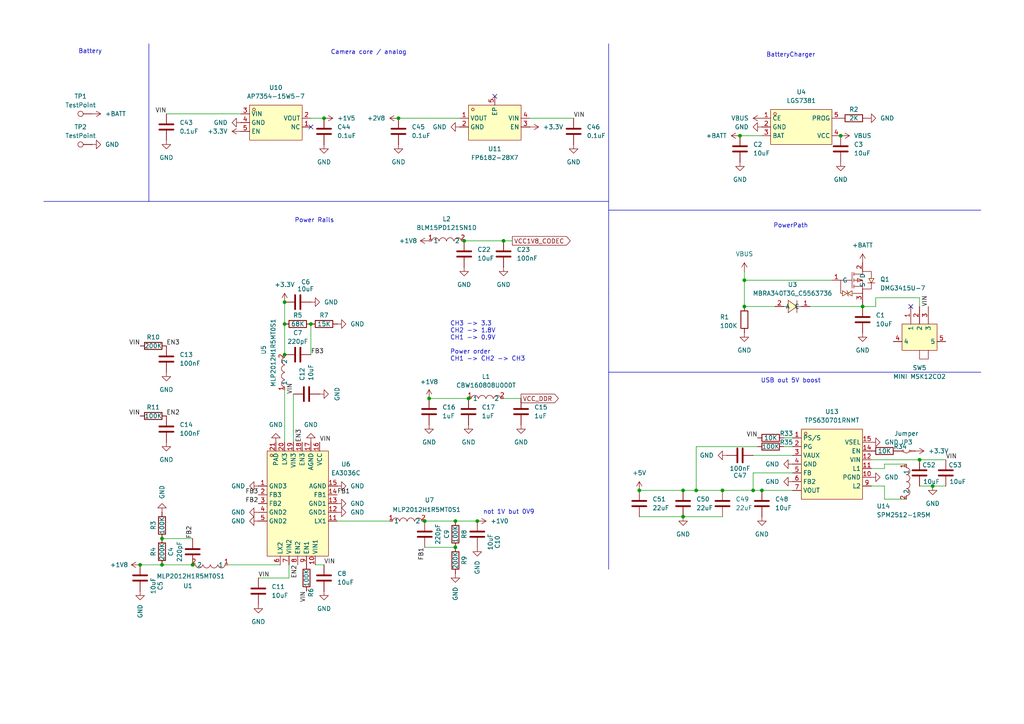
<source format=kicad_sch>
(kicad_sch (version 20231120) (generator "eeschema") (generator_version "8.0")
  (paper "A4")
  (lib_symbols
    (symbol "Connector:TestPoint" (pin_numbers hide) (pin_names (offset 0.762) hide)
      (property "Reference" "TP" (at 0 6.858 0))
      (property "Value" "TestPoint" (at 0 5.08 0))
      (symbol "TestPoint_1_1"
        (pin passive line (at 0 0 90) (length 2.54) (name "1") (number "1"))
      )
    )
    (symbol "Device:C" (pin_numbers hide) (pin_names (offset 0.254))
      (property "Reference" "C" (at 0.635 2.54 0))
      (property "Value" "C" (at 0.635 -2.54 0))
      (symbol "C_1_1"
        (pin passive line (at 0 3.81 270) (length 2.794) (name "~") (number "1"))
        (pin passive line (at 0 -3.81 90) (length 2.794) (name "~") (number "2"))
      )
    )
    (symbol "Device:R" (pin_numbers hide) (pin_names (offset 0))
      (property "Reference" "R" (at 2.032 0 90))
      (property "Value" "R" (at 0 0 90))
      (symbol "R_1_1"
        (pin passive line (at 0 3.81 270) (length 1.27) (name "~") (number "1"))
        (pin passive line (at 0 -3.81 90) (length 1.27) (name "~") (number "2"))
      )
    )
    (symbol "Jumper:Jumper_2_Small_Bridged" (pin_numbers hide) (pin_names (offset 0) hide) (exclude_from_sim yes)
      (property "Reference" "JP" (at 0 2.032 0))
      (property "Value" "Jumper_2_Small_Bridged" (at 0 -2.286 0))
      (symbol "Jumper_2_Small_Bridged_1_1"
        (pin passive line (at -2.54 0 0) (length 1.27) (name "A") (number "1"))
        (pin passive line (at 2.54 0 180) (length 1.27) (name "B") (number "2"))
      )
    )
    (symbol "lcsc:AP7354-15W5-7"
      (property "Reference" "U" (at 0 7.62 0))
      (property "Value" "AP7354-15W5-7" (at 0 -7.62 0))
      (symbol "AP7354-15W5-7_0_1"
        (pin unspecified line (at 10.16 -1.27 180) (length 2.54) (name "NC") (number "1"))
        (pin unspecified line (at 10.16 1.27 180) (length 2.54) (name "VOUT") (number "2"))
        (pin unspecified line (at -10.16 2.54 0) (length 2.54) (name "VIN") (number "3"))
        (pin unspecified line (at -10.16 0 0) (length 2.54) (name "GND") (number "4"))
        (pin unspecified line (at -10.16 -2.54 0) (length 2.54) (name "EN") (number "5"))
      )
    )
    (symbol "lcsc:BLM15PD121SN1D"
      (property "Reference" "L" (at 0 5.08 0))
      (property "Value" "BLM15PD121SN1D" (at 0 -5.08 0))
      (symbol "BLM15PD121SN1D_0_1"
        (pin unspecified line (at -5.08 0 0) (length 0.762) (name "1") (number "1"))
        (pin unspecified line (at 5.08 0 180) (length 0.762) (name "2") (number "2"))
      )
    )
    (symbol "lcsc:CBW160808U000T"
      (property "Reference" "L" (at 0 5.08 0))
      (property "Value" "CBW160808U000T" (at 0 -5.08 0))
      (symbol "CBW160808U000T_0_1"
        (pin unspecified line (at -5.08 0 0) (length 0.762) (name "1") (number "1"))
        (pin unspecified line (at 5.08 0 180) (length 0.762) (name "2") (number "2"))
      )
    )
    (symbol "lcsc:DMG3415U-7"
      (property "Reference" "Q" (at 0 10.16 0))
      (property "Value" "DMG3415U-7" (at 0 -12.7 0))
      (symbol "DMG3415U-7_0_1"
        (pin unspecified line (at -8.89 0 0) (length 2.54) (name "G") (number "1"))
        (pin unspecified line (at 0 5.08 270) (length 2.54) (name "D") (number "2"))
        (pin unspecified line (at 0 -7.62 90) (length 5.08) (name "S") (number "3"))
      )
    )
    (symbol "lcsc:EA3036C"
      (property "Reference" "U" (at 0 22.86 0))
      (property "Value" "EA3036C" (at 0 -22.86 0))
      (symbol "EA3036C_0_1"
        (pin unspecified line (at -11.43 5.08 0) (length 2.54) (name "GND3") (number "1"))
        (pin unspecified line (at 5.08 -17.78 90) (length 2.54) (name "VIN1") (number "10"))
        (pin unspecified line (at 11.43 -5.08 180) (length 2.54) (name "LX1") (number "11"))
        (pin unspecified line (at 11.43 -2.54 180) (length 2.54) (name "GND1") (number "12"))
        (pin unspecified line (at 11.43 0 180) (length 2.54) (name "GND1") (number "13"))
        (pin unspecified line (at 11.43 2.54 180) (length 2.54) (name "FB1") (number "14"))
        (pin unspecified line (at 11.43 5.08 180) (length 2.54) (name "AGND") (number "15"))
        (pin unspecified line (at 6.35 17.78 270) (length 2.54) (name "VCC") (number "16"))
        (pin unspecified line (at 3.81 17.78 270) (length 2.54) (name "AGND") (number "17"))
        (pin unspecified line (at 1.27 17.78 270) (length 2.54) (name "EN3") (number "18"))
        (pin unspecified line (at -1.27 17.78 270) (length 2.54) (name "VIN3") (number "19"))
        (pin unspecified line (at -11.43 2.54 0) (length 2.54) (name "FB3") (number "2"))
        (pin unspecified line (at -3.81 17.78 270) (length 2.54) (name "LX3") (number "20"))
        (pin unspecified line (at -6.35 17.78 270) (length 2.54) (name "PAD") (number "21"))
        (pin unspecified line (at -11.43 0 0) (length 2.54) (name "FB2") (number "3"))
        (pin unspecified line (at -11.43 -2.54 0) (length 2.54) (name "GND2") (number "4"))
        (pin unspecified line (at -11.43 -5.08 0) (length 2.54) (name "GND2") (number "5"))
        (pin unspecified line (at -5.08 -17.78 90) (length 2.54) (name "LX2") (number "6"))
        (pin unspecified line (at -2.54 -17.78 90) (length 2.54) (name "VIN2") (number "7"))
        (pin unspecified line (at 0 -17.78 90) (length 2.54) (name "EN2") (number "8"))
        (pin unspecified line (at 2.54 -17.78 90) (length 2.54) (name "EN1") (number "9"))
      )
    )
    (symbol "lcsc:FP6182-28X7"
      (property "Reference" "U" (at 0 12.7 0))
      (property "Value" "FP6182-28X7" (at 0 -6.35 0))
      (symbol "FP6182-28X7_0_1"
        (pin unspecified line (at -10.16 1.27 0) (length 2.54) (name "VOUT") (number "1"))
        (pin unspecified line (at -10.16 -1.27 0) (length 2.54) (name "GND") (number "2"))
        (pin unspecified line (at 10.16 -1.27 180) (length 2.54) (name "EN") (number "3"))
        (pin unspecified line (at 10.16 1.27 180) (length 2.54) (name "VIN") (number "4"))
        (pin unspecified line (at 0 7.62 270) (length 2.54) (name "EP") (number "5"))
      )
    )
    (symbol "lcsc:LGS7381"
      (property "Reference" "U" (at 0 7.62 0))
      (property "Value" "LGS7381" (at 0 -7.62 0))
      (symbol "LGS7381_0_1"
        (pin unspecified line (at -12.7 2.54 0) (length 2.54) (name "CE") (number "1"))
        (pin unspecified line (at -12.7 0 0) (length 2.54) (name "GND") (number "2"))
        (pin unspecified line (at -12.7 -2.54 0) (length 2.54) (name "BAT") (number "3"))
        (pin unspecified line (at 10.16 -2.54 180) (length 2.54) (name "VCC") (number "4"))
        (pin unspecified line (at 10.16 2.54 180) (length 2.54) (name "PROG") (number "5"))
      )
    )
    (symbol "lcsc:MBRA340T3G_C5563736"
      (property "Reference" "U" (at 0 5.08 0))
      (property "Value" "MBRA340T3G_C5563736" (at 0 -5.08 0))
      (symbol "MBRA340T3G_C5563736_0_1"
        (pin unspecified line (at -5.08 0 0) (length 2.54) (name "C") (number "1"))
        (pin unspecified line (at 5.08 0 180) (length 2.54) (name "A") (number "2"))
      )
    )
    (symbol "lcsc:MINIMSK12CO2"
      (property "Reference" "SW" (at 0 12.7 0))
      (property "Value" "MINI MSK12CO2" (at 0 -7.62 0))
      (symbol "MINIMSK12CO2_0_1"
        (pin unspecified line (at -2.54 7.62 270) (length 5.08) (name "1") (number "1"))
        (pin unspecified line (at 0 7.62 270) (length 5.08) (name "2") (number "2"))
        (pin unspecified line (at 2.54 7.62 270) (length 5.08) (name "3") (number "3"))
        (pin unspecified line (at -7.62 -2.54 0) (length 2.54) (name "4") (number "4"))
        (pin unspecified line (at 7.62 -2.54 180) (length 2.54) (name "5") (number "5"))
      )
    )
    (symbol "lcsc:MLP2012H1R5MT0S1"
      (property "Reference" "U" (at 0 5.08 0))
      (property "Value" "MLP2012H1R5MT0S1" (at 0 -5.08 0))
      (symbol "MLP2012H1R5MT0S1_0_1"
        (pin unspecified line (at -5.08 0 0) (length 0.762) (name "1") (number "1"))
        (pin unspecified line (at 5.08 0 180) (length 0.762) (name "2") (number "2"))
      )
    )
    (symbol "lcsc:SPM2512-1R5M"
      (property "Reference" "U" (at 0 5.08 0))
      (property "Value" "SPM2512-1R5M" (at 0 -5.08 0))
      (symbol "SPM2512-1R5M_0_1"
        (pin unspecified line (at -5.08 0 0) (length 1.016) (name "1") (number "1"))
        (pin unspecified line (at 5.08 0 180) (length 1.016) (name "2") (number "2"))
      )
    )
    (symbol "lcsc:TPS630701RNMT"
      (property "Reference" "U" (at 0 12.7 0))
      (property "Value" "TPS630701RNMT" (at 0 -12.7 0))
      (symbol "TPS630701RNMT_0_1"
        (pin unspecified line (at -11.43 7.62 0) (length 2.54) (name "PS/S") (number "1"))
        (pin unspecified line (at 11.43 -3.81 180) (length 2.54) (name "PGND") (number "10"))
        (pin unspecified line (at 11.43 -1.27 180) (length 2.54) (name "L1") (number "11"))
        (pin unspecified line (at 11.43 1.27 180) (length 2.54) (name "VIN") (number "12"))
        (pin unspecified line (at 11.43 3.81 180) (length 2.54) (name "EN") (number "14"))
        (pin unspecified line (at 11.43 6.35 180) (length 2.54) (name "VSEL") (number "15"))
        (pin unspecified line (at -11.43 5.08 0) (length 2.54) (name "PG") (number "2"))
        (pin unspecified line (at -11.43 2.54 0) (length 2.54) (name "VAUX") (number "3"))
        (pin unspecified line (at -11.43 0 0) (length 2.54) (name "GND") (number "4"))
        (pin unspecified line (at -11.43 -2.54 0) (length 2.54) (name "FB") (number "5"))
        (pin unspecified line (at -11.43 -5.08 0) (length 2.54) (name "FB2") (number "6"))
        (pin unspecified line (at -11.43 -7.62 0) (length 2.54) (name "VOUT") (number "7"))
        (pin unspecified line (at 11.43 -6.35 180) (length 2.54) (name "L2") (number "9"))
      )
    )
    (symbol "power:+1V0" (power) (pin_numbers hide) (pin_names (offset 0) hide)
      (property "Value" "+1V0" (at 0 3.556 0))
      (symbol "+1V0_1_1"
        (pin power_in line (at 0 0 90) (length 0) (name "~") (number "1"))
      )
    )
    (symbol "power:+1V5" (power) (pin_numbers hide) (pin_names (offset 0) hide)
      (property "Value" "+1V5" (at 0 3.556 0))
      (symbol "+1V5_1_1"
        (pin power_in line (at 0 0 90) (length 0) (name "~") (number "1"))
      )
    )
    (symbol "power:+1V8" (power) (pin_numbers hide) (pin_names (offset 0) hide)
      (property "Value" "+1V8" (at 0 3.556 0))
      (symbol "+1V8_1_1"
        (pin power_in line (at 0 0 90) (length 0) (name "~") (number "1"))
      )
    )
    (symbol "power:+2V8" (power) (pin_numbers hide) (pin_names (offset 0) hide)
      (property "Value" "+2V8" (at 0 3.556 0))
      (symbol "+2V8_1_1"
        (pin power_in line (at 0 0 90) (length 0) (name "~") (number "1"))
      )
    )
    (symbol "power:+3.3V" (power) (pin_numbers hide) (pin_names (offset 0) hide)
      (property "Value" "+3.3V" (at 0 3.556 0))
      (symbol "+3.3V_1_1"
        (pin power_in line (at 0 0 90) (length 0) (name "~") (number "1"))
      )
    )
    (symbol "power:+5V" (power) (pin_numbers hide) (pin_names (offset 0) hide)
      (property "Value" "+5V" (at 0 3.556 0))
      (symbol "+5V_1_1"
        (pin power_in line (at 0 0 90) (length 0) (name "~") (number "1"))
      )
    )
    (symbol "power:+BATT" (power) (pin_numbers hide) (pin_names (offset 0) hide)
      (property "Value" "+BATT" (at 0 3.556 0))
      (symbol "+BATT_1_1"
        (pin power_in line (at 0 0 90) (length 0) (name "~") (number "1"))
      )
    )
    (symbol "power:GND" (power) (pin_numbers hide) (pin_names (offset 0) hide)
      (property "Value" "GND" (at 0 -3.81 0))
      (symbol "GND_1_1"
        (pin power_in line (at 0 0 270) (length 0) (name "~") (number "1"))
      )
    )
    (symbol "power:VBUS" (power) (pin_numbers hide) (pin_names (offset 0) hide)
      (property "Value" "VBUS" (at 0 3.556 0))
      (symbol "VBUS_1_1"
        (pin power_in line (at 0 0 90) (length 0) (name "~") (number "1"))
      )
    )
  )
  (junction (at 250.19 88.9))
  (junction (at 123.19 151.13))
  (junction (at 93.98 34.29))
  (junction (at 132.08 151.13))
  (junction (at 146.05 69.85))
  (junction (at 214.63 39.37))
  (junction (at 220.98 142.24))
  (junction (at 40.64 163.83))
  (junction (at 134.62 69.85))
  (junction (at 115.57 34.29))
  (junction (at 82.55 93.98))
  (junction (at 270.51 140.97))
  (junction (at 135.89 115.57))
  (junction (at 209.55 142.24))
  (junction (at 266.7 133.35))
  (junction (at 198.12 149.86))
  (junction (at 82.55 87.63))
  (junction (at 138.43 151.13))
  (junction (at 46.99 156.21))
  (junction (at 132.08 158.75))
  (junction (at 198.12 142.24))
  (junction (at 124.46 115.57))
  (junction (at 90.17 93.98))
  (junction (at 215.9 81.28))
  (junction (at 82.55 102.87))
  (junction (at 185.42 142.24))
  (junction (at 243.84 39.37))
  (junction (at 46.99 163.83))
  (junction (at 201.93 142.24))
  (junction (at 215.9 88.9))
  (junction (at 55.88 163.83))
  (junction (at 218.44 142.24))
  (no_connect (at 264.16 88.9))
  (no_connect (at 143.51 27.94))
  (no_connect (at 90.17 36.83))
  (wire (pts (xy 85.09 114.3) (xy 85.09 128.27)))
  (wire (pts (xy 270.51 140.97) (xy 274.32 140.97)))
  (wire (pts (xy 252.73 140.97) (xy 256.54 140.97)))
  (wire (pts (xy 218.44 132.08) (xy 229.87 132.08)))
  (wire (pts (xy 218.44 137.16) (xy 218.44 142.24)))
  (wire (pts (xy 266.7 133.35) (xy 274.32 133.35)))
  (wire (pts (xy 132.08 151.13) (xy 123.19 151.13)))
  (wire (pts (xy 201.93 129.54) (xy 201.93 142.24)))
  (wire (pts (xy 220.98 142.24) (xy 229.87 142.24)))
  (wire (pts (xy 219.71 129.54) (xy 201.93 129.54)))
  (wire (pts (xy 209.55 142.24) (xy 218.44 142.24)))
  (wire (pts (xy 138.43 151.13) (xy 132.08 151.13)))
  (polyline (pts (xy 12.7 58.42) (xy 176.53 58.42)))
  (wire (pts (xy 146.05 69.85) (xy 148.59 69.85)))
  (wire (pts (xy 252.73 133.35) (xy 266.7 133.35)))
  (polyline (pts (xy 176.53 12.7) (xy 176.53 85.09)))
  (wire (pts (xy 215.9 88.9) (xy 224.79 88.9)))
  (wire (pts (xy 256.54 135.89) (xy 256.54 134.62)))
  (wire (pts (xy 153.67 34.29) (xy 166.37 34.29)))
  (wire (pts (xy 66.04 163.83) (xy 81.28 163.83)))
  (polyline (pts (xy 176.53 107.95) (xy 284.48 107.95)))
  (wire (pts (xy 229.87 137.16) (xy 218.44 137.16)))
  (wire (pts (xy 134.62 69.85) (xy 146.05 69.85)))
  (wire (pts (xy 252.73 135.89) (xy 256.54 135.89)))
  (polyline (pts (xy 176.53 85.09) (xy 176.53 165.1)))
  (wire (pts (xy 215.9 78.74) (xy 215.9 81.28)))
  (wire (pts (xy 146.05 115.57) (xy 151.13 115.57)))
  (wire (pts (xy 214.63 39.37) (xy 220.98 39.37)))
  (wire (pts (xy 215.9 81.28) (xy 215.9 88.9)))
  (wire (pts (xy 262.89 144.78) (xy 256.54 144.78)))
  (wire (pts (xy 201.93 142.24) (xy 209.55 142.24)))
  (wire (pts (xy 250.19 88.9) (xy 254 88.9)))
  (wire (pts (xy 83.82 163.83) (xy 83.82 167.64)))
  (wire (pts (xy 91.44 163.83) (xy 93.98 163.83)))
  (wire (pts (xy 256.54 144.78) (xy 256.54 140.97)))
  (wire (pts (xy 113.03 151.13) (xy 97.79 151.13)))
  (wire (pts (xy 185.42 149.86) (xy 198.12 149.86)))
  (wire (pts (xy 227.33 127) (xy 229.87 127)))
  (wire (pts (xy 82.55 93.98) (xy 82.55 102.87)))
  (wire (pts (xy 40.64 163.83) (xy 46.99 163.83)))
  (wire (pts (xy 115.57 34.29) (xy 133.35 34.29)))
  (wire (pts (xy 227.33 129.54) (xy 229.87 129.54)))
  (polyline (pts (xy 176.53 60.96) (xy 284.48 60.96)))
  (wire (pts (xy 83.82 167.64) (xy 74.93 167.64)))
  (wire (pts (xy 82.55 113.03) (xy 82.55 128.27)))
  (wire (pts (xy 266.7 140.97) (xy 270.51 140.97)))
  (wire (pts (xy 132.08 158.75) (xy 123.19 158.75)))
  (polyline (pts (xy 43.18 12.7) (xy 43.18 58.42)))
  (wire (pts (xy 90.17 34.29) (xy 93.98 34.29)))
  (wire (pts (xy 254 86.36) (xy 266.7 86.36)))
  (wire (pts (xy 124.46 115.57) (xy 135.89 115.57)))
  (wire (pts (xy 82.55 87.63) (xy 82.55 93.98)))
  (wire (pts (xy 266.7 86.36) (xy 266.7 88.9)))
  (wire (pts (xy 254 88.9) (xy 254 86.36)))
  (wire (pts (xy 234.95 88.9) (xy 250.19 88.9)))
  (wire (pts (xy 256.54 134.62) (xy 262.89 134.62)))
  (wire (pts (xy 185.42 142.24) (xy 198.12 142.24)))
  (wire (pts (xy 48.26 33.02) (xy 69.85 33.02)))
  (wire (pts (xy 218.44 142.24) (xy 220.98 142.24)))
  (wire (pts (xy 46.99 156.21) (xy 55.88 156.21)))
  (wire (pts (xy 198.12 149.86) (xy 209.55 149.86)))
  (wire (pts (xy 198.12 142.24) (xy 201.93 142.24)))
  (wire (pts (xy 46.99 163.83) (xy 55.88 163.83)))
  (wire (pts (xy 90.17 93.98) (xy 90.17 102.87)))
  (wire (pts (xy 215.9 81.28) (xy 241.3 81.28)))
  (text "CH3 -> 3.3\nCH2 -> 1.8V\nCH1 -> 0.9V\n\nPower order\nCH1 -> CH2 -> CH3" (at 130.556 99.06 0) (effects (font (size 1.27 1.27)) (justify left)))
  (text "USB out 5V boost" (at 229.362 110.49 0) (effects (font (size 1.27 1.27))))
  (text "BatteryCharger" (at 229.362 16.002 0) (effects (font (size 1.27 1.27))))
  (text "PowerPath" (at 229.362 65.532 0) (effects (font (size 1.27 1.27))))
  (text "not 1V but 0V9" (at 147.574 148.59 0) (effects (font (size 1.27 1.27))))
  (text "Power Rails" (at 91.186 64.008 0) (effects (font (size 1.27 1.27))))
  (text "Battery" (at 26.162 14.986 0) (effects (font (size 1.27 1.27))))
  (text "Camera core / analog" (at 106.934 15.24 0) (effects (font (size 1.27 1.27))))
  (label "VIN" (at 269.24 88.9 90))
  (label "FB2" (at 74.93 146.05 180))
  (label "VIN" (at 88.9 171.45 270))
  (label "VIN" (at 166.37 34.29 0))
  (label "FB1" (at 97.79 143.51 0))
  (label "VIN" (at 40.64 100.33 180))
  (label "FB2" (at 55.88 156.21 90))
  (label "VIN" (at 93.98 163.83 0))
  (label "VIN" (at 85.09 114.3 90))
  (label "EN2" (at 86.36 163.83 270))
  (label "FB1" (at 123.19 158.75 270))
  (label "FB3" (at 74.93 143.51 180))
  (label "EN3" (at 48.26 100.33 0))
  (label "EN2" (at 48.26 120.65 0))
  (label "VIN" (at 40.64 120.65 180))
  (label "FB3" (at 90.17 102.87 0))
  (label "VIN" (at 92.71 128.27 0))
  (label "VIN" (at 74.93 167.64 0))
  (label "EN3" (at 87.63 128.27 90))
  (label "VIN" (at 219.71 127 180))
  (label "VIN" (at 48.26 33.02 180))
  (label "VIN" (at 274.32 133.35 0))
  (global_label "VCC_DDR" (shape output) (at 151.13 115.57 0) (property "Intersheetrefs" "${INTERSHEET_REFS}" (effects (hide yes))))
  (global_label "VCC1V8_CODEC" (shape output) (at 148.59 69.85 0) (property "Intersheetrefs" "${INTERSHEET_REFS}" (effects (hide yes))))
  (symbol (lib_id "Device:C") (at 135.89 119.38 0) (unit 1)
    (property "Reference" "C17" (at 139.7 118.1099 0) (effects (justify left)))
    (property "Value" "1uF" (at 139.7 120.6499 0) (effects (justify left)))
    (property "Footprint" "Capacitor_SMD:C_0402_1005Metric" (effects (hide yes)))
    (property "Description" "Unpolarized capacitor" (effects (hide yes)))
  )
  (symbol (lib_id "Jumper:Jumper_2_Small_Bridged") (at 262.89 130.81 180) (unit 1) (exclude_from_sim yes)
    (property "Reference" "JP3" (at 262.89 128.27 0))
    (property "Value" "Jumper" (at 262.89 125.73 0))
    (property "Footprint" "TestPoint:TestPoint_2Pads_Pitch2.54mm_Drill0.8mm" (effects (hide yes)))
    (property "Description" "Jumper, 2-pole, small symbol, bridged" (effects (hide yes)))
  )
  (symbol (lib_id "Device:C") (at 185.42 146.05 0) (unit 1)
    (property "Reference" "C51" (at 189.23 144.7799 0) (effects (justify left)))
    (property "Value" "22uF" (at 189.23 147.3199 0) (effects (justify left)))
    (property "Footprint" "Capacitor_SMD:C_0805_2012Metric" (effects (hide yes)))
    (property "Description" "Unpolarized capacitor" (effects (hide yes)))
  )
  (symbol (lib_id "power:GND") (at 198.12 149.86 0) (unit 1)
    (property "Reference" "#PWR0160" (effects (hide yes)))
    (property "Value" "GND" (at 198.12 154.94 0))
    (property "Description" "Power symbol creates a global label with name \"GND\" , ground" (effects (hide yes)))
  )
  (symbol (lib_id "lcsc:MBRA340T3G_C5563736") (at 229.87 88.9 180) (unit 1)
    (property "Reference" "U3" (at 229.87 82.55 0))
    (property "Value" "MBRA340T3G_C5563736" (at 229.87 85.09 0))
    (property "Footprint" "lcsc:SMA_L4.5-W2.6-LS5.2-RD" (effects (hide yes)))
    (property "LCSC Part" "C5563736" (effects (hide yes)))
  )
  (symbol (lib_id "power:+BATT") (at 214.63 39.37 90) (unit 1)
    (property "Reference" "#PWR012" (effects (hide yes)))
    (property "Value" "+BATT" (at 210.82 39.3699 90) (effects (justify left)))
    (property "Description" "Power symbol creates a global label with name \"+BATT\"" (effects (hide yes)))
  )
  (symbol (lib_id "power:+1V5") (at 93.98 34.29 270) (unit 1)
    (property "Reference" "#PWR0131" (effects (hide yes)))
    (property "Value" "+1V5" (at 97.79 34.2899 90) (effects (justify left)))
    (property "Description" "Power symbol creates a global label with name \"+1V5\"" (effects (hide yes)))
  )
  (symbol (lib_id "power:+3.3V") (at 265.43 130.81 270) (unit 1)
    (property "Reference" "#PWR0156" (effects (hide yes)))
    (property "Value" "+3.3V" (at 269.24 130.8099 90) (effects (justify left)))
    (property "Description" "Power symbol creates a global label with name \"+3.3V\"" (effects (hide yes)))
  )
  (symbol (lib_id "lcsc:LGS7381") (at 233.68 36.83 0) (unit 1)
    (property "Reference" "U4" (at 232.41 26.67 0))
    (property "Value" "LGS7381" (at 232.41 29.21 0))
    (property "Footprint" "lcsc:SOT-23-5_L2.9-W1.6-P0.95-LS2.8-BR" (effects (hide yes)))
    (property "LCSC Part" "C5299900" (effects (hide yes)))
  )
  (symbol (lib_id "power:GND") (at 92.71 114.3 90) (unit 1)
    (property "Reference" "#PWR033" (effects (hide yes)))
    (property "Value" "GND" (at 97.79 114.3 0))
    (property "Description" "Power symbol creates a global label with name \"GND\" , ground" (effects (hide yes)))
  )
  (symbol (lib_id "Device:C") (at 55.88 160.02 180) (unit 1)
    (property "Reference" "C4" (at 49.53 160.02 90))
    (property "Value" "220pF" (at 52.07 160.02 90))
    (property "Footprint" "Capacitor_SMD:C_0201_0603Metric" (effects (hide yes)))
    (property "Description" "Unpolarized capacitor" (effects (hide yes)))
  )
  (symbol (lib_id "Device:C") (at 243.84 43.18 0) (unit 1)
    (property "Reference" "C3" (at 247.65 41.9099 0) (effects (justify left)))
    (property "Value" "10uF" (at 247.65 44.4499 0) (effects (justify left)))
    (property "Footprint" "Capacitor_SMD:C_0805_2012Metric" (effects (hide yes)))
    (property "Description" "Unpolarized capacitor" (effects (hide yes)))
  )
  (symbol (lib_id "power:GND") (at 97.79 146.05 90) (unit 1)
    (property "Reference" "#PWR025" (effects (hide yes)))
    (property "Value" "GND" (at 101.6 146.0499 90) (effects (justify right)))
    (property "Description" "Power symbol creates a global label with name \"GND\" , ground" (effects (hide yes)))
  )
  (symbol (lib_id "Device:C") (at 138.43 154.94 0) (unit 1)
    (property "Reference" "C10" (at 144.272 157.226 90))
    (property "Value" "10uF" (at 142.24 157.226 90))
    (property "Footprint" "Capacitor_SMD:C_0805_2012Metric" (effects (hide yes)))
    (property "Description" "Unpolarized capacitor" (effects (hide yes)))
  )
  (symbol (lib_id "Connector:TestPoint") (at 26.67 33.02 90) (unit 1)
    (property "Reference" "TP1" (at 23.368 27.94 90))
    (property "Value" "TestPoint" (at 23.368 30.48 90))
    (property "Footprint" "TestPoint:TestPoint_Pad_D1.0mm" (effects (hide yes)))
    (property "Description" "test point" (effects (hide yes)))
  )
  (symbol (lib_id "power:+3.3V") (at 82.55 87.63 0) (unit 1)
    (property "Reference" "#PWR019" (effects (hide yes)))
    (property "Value" "+3.3V" (at 82.55 82.55 0))
    (property "Description" "Power symbol creates a global label with name \"+3.3V\"" (effects (hide yes)))
  )
  (symbol (lib_id "lcsc:MLP2012H1R5MT0S1") (at 60.96 163.83 180) (unit 1)
    (property "Reference" "U1" (at 55.88 169.926 0) (effects (justify left)))
    (property "Value" "MLP2012H1R5MT0S1" (at 65.278 167.132 0) (effects (justify left)))
    (property "Footprint" "lcsc:L0805" (effects (hide yes)))
    (property "LCSC Part" "C2042639" (effects (hide yes)))
  )
  (symbol (lib_id "Device:R") (at 256.54 130.81 90) (unit 1)
    (property "Reference" "R34" (at 261.112 129.54 90))
    (property "Value" "10K" (at 256.54 130.81 90))
    (property "Footprint" "Resistor_SMD:R_0201_0603Metric" (effects (hide yes)))
    (property "Description" "Resistor" (effects (hide yes)))
  )
  (symbol (lib_id "Device:C") (at 88.9 114.3 90) (unit 1)
    (property "Reference" "C12" (at 87.6299 110.49 0) (effects (justify left)))
    (property "Value" "10uF" (at 90.1699 110.49 0) (effects (justify left)))
    (property "Footprint" "Capacitor_SMD:C_0805_2012Metric" (effects (hide yes)))
    (property "Description" "Unpolarized capacitor" (effects (hide yes)))
  )
  (symbol (lib_id "Device:R") (at 86.36 93.98 90) (unit 1)
    (property "Reference" "R5" (at 86.36 91.44 90))
    (property "Value" "68K" (at 86.36 93.98 90))
    (property "Footprint" "Resistor_SMD:R_0201_0603Metric" (effects (hide yes)))
    (property "Description" "Resistor" (effects (hide yes)))
  )
  (symbol (lib_id "power:GND") (at 93.98 171.45 0) (unit 1)
    (property "Reference" "#PWR022" (effects (hide yes)))
    (property "Value" "GND" (at 93.98 176.53 0))
    (property "Description" "Power symbol creates a global label with name \"GND\" , ground" (effects (hide yes)))
  )
  (symbol (lib_id "power:+1V8") (at 40.64 163.83 90) (unit 1)
    (property "Reference" "#PWR032" (effects (hide yes)))
    (property "Value" "+1V8" (at 34.544 163.83 90))
    (property "Description" "Power symbol creates a global label with name \"+1V8\"" (effects (hide yes)))
  )
  (symbol (lib_id "power:GND") (at 74.93 140.97 270) (unit 1)
    (property "Reference" "#PWR03" (effects (hide yes)))
    (property "Value" "GND" (at 71.12 140.9699 90) (effects (justify right)))
    (property "Description" "Power symbol creates a global label with name \"GND\" , ground" (effects (hide yes)))
  )
  (symbol (lib_id "lcsc:MINIMSK12CO2") (at 266.7 96.52 0) (unit 1)
    (property "Reference" "SW5" (at 266.7 106.68 0))
    (property "Value" "MINI MSK12CO2" (at 266.7 109.22 0))
    (property "Footprint" "lcsc:SW-SMD_MSK12CO2" (effects (hide yes)))
    (property "LCSC Part" "C2681570" (effects (hide yes)))
  )
  (symbol (lib_id "power:GND") (at 270.51 140.97 0) (unit 1)
    (property "Reference" "#PWR0163" (effects (hide yes)))
    (property "Value" "GND" (at 270.51 146.05 0))
    (property "Description" "Power symbol creates a global label with name \"GND\" , ground" (effects (hide yes)))
  )
  (symbol (lib_id "power:GND") (at 48.26 40.64 0) (unit 1)
    (property "Reference" "#PWR0128" (effects (hide yes)))
    (property "Value" "GND" (at 48.26 45.72 0))
    (property "Description" "Power symbol creates a global label with name \"GND\" , ground" (effects (hide yes)))
  )
  (symbol (lib_id "power:+2V8") (at 115.57 34.29 90) (unit 1)
    (property "Reference" "#PWR0136" (effects (hide yes)))
    (property "Value" "+2V8" (at 111.76 34.2899 90) (effects (justify left)))
    (property "Description" "Power symbol creates a global label with name \"+2V8\"" (effects (hide yes)))
  )
  (symbol (lib_id "power:GND") (at 132.08 166.37 0) (unit 1)
    (property "Reference" "#PWR027" (effects (hide yes)))
    (property "Value" "GND" (at 132.0801 170.18 90) (effects (justify right)))
    (property "Description" "Power symbol creates a global label with name \"GND\" , ground" (effects (hide yes)))
  )
  (symbol (lib_id "Device:R") (at 132.08 162.56 0) (unit 1)
    (property "Reference" "R9" (at 134.62 162.56 90))
    (property "Value" "200K" (at 132.08 162.56 90))
    (property "Footprint" "Resistor_SMD:R_0201_0603Metric" (effects (hide yes)))
    (property "Description" "Resistor" (effects (hide yes)))
  )
  (symbol (lib_id "power:+1V8") (at 124.46 69.85 90) (unit 1)
    (property "Reference" "#PWR067" (effects (hide yes)))
    (property "Value" "+1V8" (at 118.364 69.85 90))
    (property "Description" "Power symbol creates a global label with name \"+1V8\"" (effects (hide yes)))
  )
  (symbol (lib_id "lcsc:SPM2512-1R5M") (at 262.89 139.7 270) (unit 1)
    (property "Reference" "U14" (at 254.254 146.812 90) (effects (justify left)))
    (property "Value" "SPM2512-1R5M" (at 254.254 149.352 90) (effects (justify left)))
    (property "Footprint" "lcsc:IND-SMD_L2.5-W2.0_MHCHL2520" (effects (hide yes)))
    (property "LCSC Part" "C2761859" (effects (hide yes)))
  )
  (symbol (lib_id "lcsc:BLM15PD121SN1D") (at 129.54 69.85 0) (unit 1)
    (property "Reference" "L2" (at 129.54 63.5 0))
    (property "Value" "BLM15PD121SN1D" (at 129.54 66.04 0))
    (property "Footprint" "lcsc:L0402" (effects (hide yes)))
    (property "Datasheet" "https://lcsc.com/product-detail/Ferrite-Beads-And-Chips_muRata_BLM15PD121SN1D_120R-at100MHz_C76891.html" (effects (hide yes)))
    (property "LCSC Part" "C76891" (effects (hide yes)))
  )
  (symbol (lib_id "Device:C") (at 166.37 38.1 0) (unit 1)
    (property "Reference" "C46" (at 170.18 36.8299 0) (effects (justify left)))
    (property "Value" "0.1uF" (at 170.18 39.3699 0) (effects (justify left)))
    (property "Footprint" "Capacitor_SMD:C_0402_1005Metric" (effects (hide yes)))
    (property "Description" "Unpolarized capacitor" (effects (hide yes)))
  )
  (symbol (lib_id "Device:C") (at 40.64 167.64 0) (unit 1)
    (property "Reference" "C5" (at 46.482 169.926 90))
    (property "Value" "10uF" (at 44.45 169.926 90))
    (property "Footprint" "Capacitor_SMD:C_0805_2012Metric" (effects (hide yes)))
    (property "Description" "Unpolarized capacitor" (effects (hide yes)))
  )
  (symbol (lib_id "power:GND") (at 215.9 96.52 0) (unit 1)
    (property "Reference" "#PWR09" (effects (hide yes)))
    (property "Value" "GND" (at 215.9 101.6 0))
    (property "Description" "Power symbol creates a global label with name \"GND\" , ground" (effects (hide yes)))
  )
  (symbol (lib_id "Device:R") (at 46.99 152.4 180) (unit 1)
    (property "Reference" "R3" (at 44.45 152.4 90))
    (property "Value" "100K" (at 46.99 152.4 90))
    (property "Footprint" "Resistor_SMD:R_0201_0603Metric" (effects (hide yes)))
    (property "Description" "Resistor" (effects (hide yes)))
  )
  (symbol (lib_id "power:+BATT") (at 26.67 33.02 270) (unit 1)
    (property "Reference" "#PWR030" (effects (hide yes)))
    (property "Value" "+BATT" (at 30.48 33.0199 90) (effects (justify left)))
    (property "Description" "Power symbol creates a global label with name \"+BATT\"" (effects (hide yes)))
  )
  (symbol (lib_id "Device:C") (at 93.98 167.64 0) (unit 1)
    (property "Reference" "C8" (at 97.79 166.3699 0) (effects (justify left)))
    (property "Value" "10uF" (at 97.79 168.9099 0) (effects (justify left)))
    (property "Footprint" "Capacitor_SMD:C_0805_2012Metric" (effects (hide yes)))
    (property "Description" "Unpolarized capacitor" (effects (hide yes)))
  )
  (symbol (lib_id "power:GND") (at 146.05 77.47 0) (unit 1)
    (property "Reference" "#PWR068" (effects (hide yes)))
    (property "Value" "GND" (at 146.05 82.55 0))
    (property "Description" "Power symbol creates a global label with name \"GND\" , ground" (effects (hide yes)))
  )
  (symbol (lib_id "Device:R") (at 88.9 167.64 0) (unit 1)
    (property "Reference" "R6" (at 90.17 173.228 90) (effects (justify left)))
    (property "Value" "100K" (at 88.9 170.18 90) (effects (justify left)))
    (property "Footprint" "Resistor_SMD:R_0201_0603Metric" (effects (hide yes)))
    (property "Description" "Resistor" (effects (hide yes)))
  )
  (symbol (lib_id "power:GND") (at 93.98 41.91 0) (unit 1)
    (property "Reference" "#PWR0132" (effects (hide yes)))
    (property "Value" "GND" (at 93.98 46.99 0))
    (property "Description" "Power symbol creates a global label with name \"GND\" , ground" (effects (hide yes)))
  )
  (symbol (lib_id "Device:C") (at 74.93 171.45 0) (unit 1)
    (property "Reference" "C11" (at 78.74 170.1799 0) (effects (justify left)))
    (property "Value" "10uF" (at 78.74 172.7199 0) (effects (justify left)))
    (property "Footprint" "Capacitor_SMD:C_0805_2012Metric" (effects (hide yes)))
    (property "Description" "Unpolarized capacitor" (effects (hide yes)))
  )
  (symbol (lib_id "power:GND") (at 97.79 93.98 90) (unit 1)
    (property "Reference" "#PWR023" (effects (hide yes)))
    (property "Value" "GND" (at 101.6 93.9799 90) (effects (justify right)))
    (property "Description" "Power symbol creates a global label with name \"GND\" , ground" (effects (hide yes)))
  )
  (symbol (lib_id "power:GND") (at 48.26 107.95 0) (unit 1)
    (property "Reference" "#PWR034" (effects (hide yes)))
    (property "Value" "GND" (at 48.26 113.03 0))
    (property "Description" "Power symbol creates a global label with name \"GND\" , ground" (effects (hide yes)))
  )
  (symbol (lib_id "power:+1V8") (at 124.46 115.57 0) (unit 1)
    (property "Reference" "#PWR039" (effects (hide yes)))
    (property "Value" "+1V8" (at 124.46 110.744 0))
    (property "Description" "Power symbol creates a global label with name \"+1V8\"" (effects (hide yes)))
  )
  (symbol (lib_id "power:GND") (at 74.93 175.26 0) (unit 1)
    (property "Reference" "#PWR07" (effects (hide yes)))
    (property "Value" "GND" (at 74.93 180.34 0))
    (property "Description" "Power symbol creates a global label with name \"GND\" , ground" (effects (hide yes)))
  )
  (symbol (lib_id "power:+3.3V") (at 153.67 36.83 270) (unit 1)
    (property "Reference" "#PWR0133" (effects (hide yes)))
    (property "Value" "+3.3V" (at 157.48 36.8299 90) (effects (justify left)))
    (property "Description" "Power symbol creates a global label with name \"+3.3V\"" (effects (hide yes)))
  )
  (symbol (lib_id "power:GND") (at 124.46 123.19 0) (unit 1)
    (property "Reference" "#PWR037" (effects (hide yes)))
    (property "Value" "GND" (at 124.46 128.27 0))
    (property "Description" "Power symbol creates a global label with name \"GND\" , ground" (effects (hide yes)))
  )
  (symbol (lib_id "power:+3.3V") (at 69.85 38.1 90) (unit 1)
    (property "Reference" "#PWR0130" (effects (hide yes)))
    (property "Value" "+3.3V" (at 66.04 38.0999 90) (effects (justify left)))
    (property "Description" "Power symbol creates a global label with name \"+3.3V\"" (effects (hide yes)))
  )
  (symbol (lib_id "Device:R") (at 44.45 120.65 90) (unit 1)
    (property "Reference" "R11" (at 44.45 118.11 90))
    (property "Value" "100K" (at 44.45 120.65 90))
    (property "Footprint" "Resistor_SMD:R_0201_0603Metric" (effects (hide yes)))
    (property "Description" "Resistor" (effects (hide yes)))
  )
  (symbol (lib_id "power:GND") (at 48.26 128.27 0) (unit 1)
    (property "Reference" "#PWR035" (effects (hide yes)))
    (property "Value" "GND" (at 48.26 133.35 0))
    (property "Description" "Power symbol creates a global label with name \"GND\" , ground" (effects (hide yes)))
  )
  (symbol (lib_id "Device:C") (at 198.12 146.05 0) (unit 1)
    (property "Reference" "C50" (at 201.93 144.7799 0) (effects (justify left)))
    (property "Value" "22uF" (at 201.93 147.3199 0) (effects (justify left)))
    (property "Footprint" "Capacitor_SMD:C_0805_2012Metric" (effects (hide yes)))
    (property "Description" "Unpolarized capacitor" (effects (hide yes)))
  )
  (symbol (lib_id "Device:R") (at 93.98 93.98 90) (unit 1)
    (property "Reference" "R7" (at 93.98 91.44 90))
    (property "Value" "15K" (at 93.98 93.98 90))
    (property "Footprint" "Resistor_SMD:R_0201_0603Metric" (effects (hide yes)))
    (property "Description" "Resistor" (effects (hide yes)))
  )
  (symbol (lib_id "power:GND") (at 97.79 148.59 90) (unit 1)
    (property "Reference" "#PWR026" (effects (hide yes)))
    (property "Value" "GND" (at 101.6 148.5899 90) (effects (justify right)))
    (property "Description" "Power symbol creates a global label with name \"GND\" , ground" (effects (hide yes)))
  )
  (symbol (lib_id "Device:C") (at 93.98 38.1 0) (unit 1)
    (property "Reference" "C44" (at 97.79 36.8299 0) (effects (justify left)))
    (property "Value" "0.1uF" (at 97.79 39.3699 0) (effects (justify left)))
    (property "Footprint" "Capacitor_SMD:C_0402_1005Metric" (effects (hide yes)))
    (property "Description" "Unpolarized capacitor" (effects (hide yes)))
  )
  (symbol (lib_id "Connector:TestPoint") (at 26.67 41.91 90) (unit 1)
    (property "Reference" "TP2" (at 23.368 36.83 90))
    (property "Value" "TestPoint" (at 23.368 39.37 90))
    (property "Footprint" "TestPoint:TestPoint_Pad_D1.0mm" (effects (hide yes)))
    (property "Description" "test point" (effects (hide yes)))
  )
  (symbol (lib_id "power:GND") (at 229.87 134.62 270) (unit 1)
    (property "Reference" "#PWR0154" (effects (hide yes)))
    (property "Value" "GND" (at 226.06 134.6199 90) (effects (justify right)))
    (property "Description" "Power symbol creates a global label with name \"GND\" , ground" (effects (hide yes)))
  )
  (symbol (lib_id "power:+BATT") (at 250.19 76.2 0) (unit 1)
    (property "Reference" "#PWR010" (effects (hide yes)))
    (property "Value" "+BATT" (at 250.19 71.12 0))
    (property "Description" "Power symbol creates a global label with name \"+BATT\"" (effects (hide yes)))
  )
  (symbol (lib_id "lcsc:AP7354-15W5-7") (at 80.01 35.56 0) (unit 1)
    (property "Reference" "U10" (at 80.01 25.4 0))
    (property "Value" "AP7354-15W5-7" (at 80.01 27.94 0))
    (property "Footprint" "lcsc:SOT-25_L2.9-W1.6-P0.95-LS2.8-BL" (effects (hide yes)))
    (property "LCSC Part" "C460385" (effects (hide yes)))
  )
  (symbol (lib_id "power:GND") (at 90.17 87.63 90) (unit 1)
    (property "Reference" "#PWR020" (effects (hide yes)))
    (property "Value" "GND" (at 93.98 87.6299 90) (effects (justify right)))
    (property "Description" "Power symbol creates a global label with name \"GND\" , ground" (effects (hide yes)))
  )
  (symbol (lib_id "Device:C") (at 48.26 124.46 0) (unit 1)
    (property "Reference" "C14" (at 52.07 123.1899 0) (effects (justify left)))
    (property "Value" "100nF" (at 52.07 125.7299 0) (effects (justify left)))
    (property "Footprint" "Capacitor_SMD:C_0402_1005Metric" (effects (hide yes)))
    (property "Description" "Unpolarized capacitor" (effects (hide yes)))
  )
  (symbol (lib_id "Device:C") (at 250.19 92.71 0) (unit 1)
    (property "Reference" "C1" (at 254 91.4399 0) (effects (justify left)))
    (property "Value" "10uF" (at 254 93.9799 0) (effects (justify left)))
    (property "Footprint" "Capacitor_SMD:C_0805_2012Metric" (effects (hide yes)))
    (property "Description" "Unpolarized capacitor" (effects (hide yes)))
  )
  (symbol (lib_id "power:GND") (at 26.67 41.91 90) (unit 1)
    (property "Reference" "#PWR031" (effects (hide yes)))
    (property "Value" "GND" (at 30.48 41.9099 90) (effects (justify right)))
    (property "Description" "Power symbol creates a global label with name \"GND\" , ground" (effects (hide yes)))
  )
  (symbol (lib_id "power:GND") (at 134.62 77.47 0) (unit 1)
    (property "Reference" "#PWR069" (effects (hide yes)))
    (property "Value" "GND" (at 134.62 82.55 0))
    (property "Description" "Power symbol creates a global label with name \"GND\" , ground" (effects (hide yes)))
  )
  (symbol (lib_id "Device:R") (at 223.52 127 90) (unit 1)
    (property "Reference" "R33" (at 228.092 125.73 90))
    (property "Value" "10K" (at 223.52 127 90))
    (property "Footprint" "Resistor_SMD:R_0201_0603Metric" (effects (hide yes)))
    (property "Description" "Resistor" (effects (hide yes)))
  )
  (symbol (lib_id "lcsc:CBW160808U000T") (at 140.97 115.57 0) (unit 1)
    (property "Reference" "L1" (at 140.97 109.22 0))
    (property "Value" "CBW160808U000T" (at 140.97 111.76 0))
    (property "Footprint" "lcsc:L0603" (effects (hide yes)))
    (property "Datasheet" "https://lcsc.com/product-detail/Ferrite-Beads-And-Chips_0R-25_C139173.html" (effects (hide yes)))
    (property "LCSC Part" "C139173" (effects (hide yes)))
  )
  (symbol (lib_id "Device:C") (at 48.26 36.83 0) (unit 1)
    (property "Reference" "C43" (at 52.07 35.5599 0) (effects (justify left)))
    (property "Value" "0.1uF" (at 52.07 38.0999 0) (effects (justify left)))
    (property "Footprint" "Capacitor_SMD:C_0402_1005Metric" (effects (hide yes)))
    (property "Description" "Unpolarized capacitor" (effects (hide yes)))
  )
  (symbol (lib_id "power:GND") (at 166.37 41.91 0) (unit 1)
    (property "Reference" "#PWR0138" (effects (hide yes)))
    (property "Value" "GND" (at 166.37 46.99 0))
    (property "Description" "Power symbol creates a global label with name \"GND\" , ground" (effects (hide yes)))
  )
  (symbol (lib_id "Device:C") (at 220.98 146.05 0) (unit 1)
    (property "Reference" "C48" (at 224.79 144.7799 0) (effects (justify left)))
    (property "Value" "10uF" (at 224.79 147.3199 0) (effects (justify left)))
    (property "Footprint" "Capacitor_SMD:C_0805_2012Metric" (effects (hide yes)))
    (property "Description" "Unpolarized capacitor" (effects (hide yes)))
  )
  (symbol (lib_id "Device:C") (at 115.57 38.1 0) (unit 1)
    (property "Reference" "C45" (at 119.38 36.8299 0) (effects (justify left)))
    (property "Value" "0.1uF" (at 119.38 39.3699 0) (effects (justify left)))
    (property "Footprint" "Capacitor_SMD:C_0402_1005Metric" (effects (hide yes)))
    (property "Description" "Unpolarized capacitor" (effects (hide yes)))
  )
  (symbol (lib_id "lcsc:FP6182-28X7") (at 143.51 35.56 0) (unit 1)
    (property "Reference" "U11" (at 143.51 43.18 0))
    (property "Value" "FP6182-28X7" (at 143.51 45.72 0))
    (property "Footprint" "lcsc:UTDFN-4_L1.0-W1.0-P0.63-BL-EP" (effects (hide yes)))
    (property "Datasheet" "https://lcsc.com/product-detail/New-Arrivals_Fitipower-Integrated-Tech-FP6182-28X7_C498349.html" (effects (hide yes)))
    (property "LCSC Part" "C498349" (effects (hide yes)))
  )
  (symbol (lib_id "Device:R") (at 223.52 129.54 90) (unit 1)
    (property "Reference" "R35" (at 228.092 128.27 90))
    (property "Value" "100K" (at 223.52 129.54 90))
    (property "Footprint" "Resistor_SMD:R_0201_0603Metric" (effects (hide yes)))
    (property "Description" "Resistor" (effects (hide yes)))
  )
  (symbol (lib_id "power:+5V") (at 185.42 142.24 0) (unit 1)
    (property "Reference" "#PWR0159" (effects (hide yes)))
    (property "Value" "+5V" (at 185.42 137.16 0))
    (property "Description" "Power symbol creates a global label with name \"+5V\"" (effects (hide yes)))
  )
  (symbol (lib_id "Device:R") (at 215.9 92.71 0) (unit 1)
    (property "Reference" "R1" (at 208.788 91.948 0) (effects (justify left)))
    (property "Value" "100K" (at 208.788 94.488 0) (effects (justify left)))
    (property "Footprint" "Resistor_SMD:R_0402_1005Metric" (effects (hide yes)))
    (property "Description" "Resistor" (effects (hide yes)))
  )
  (symbol (lib_id "power:GND") (at 151.13 123.19 0) (unit 1)
    (property "Reference" "#PWR036" (effects (hide yes)))
    (property "Value" "GND" (at 151.13 128.27 0))
    (property "Description" "Power symbol creates a global label with name \"GND\" , ground" (effects (hide yes)))
  )
  (symbol (lib_id "power:GND") (at 46.99 148.59 180) (unit 1)
    (property "Reference" "#PWR01" (effects (hide yes)))
    (property "Value" "GND" (at 46.9899 144.78 90) (effects (justify right)))
    (property "Description" "Power symbol creates a global label with name \"GND\" , ground" (effects (hide yes)))
  )
  (symbol (lib_id "Device:C") (at 209.55 146.05 0) (unit 1)
    (property "Reference" "C49" (at 213.36 144.7799 0) (effects (justify left)))
    (property "Value" "22uF" (at 213.36 147.3199 0) (effects (justify left)))
    (property "Footprint" "Capacitor_SMD:C_0805_2012Metric" (effects (hide yes)))
    (property "Description" "Unpolarized capacitor" (effects (hide yes)))
  )
  (symbol (lib_id "Device:C") (at 266.7 137.16 0) (unit 1)
    (property "Reference" "C52" (at 267.462 134.874 0) (effects (justify left)))
    (property "Value" "10uF" (at 267.716 139.7 0) (effects (justify left)))
    (property "Footprint" "Capacitor_SMD:C_0805_2012Metric" (effects (hide yes)))
    (property "Description" "Unpolarized capacitor" (effects (hide yes)))
  )
  (symbol (lib_id "power:GND") (at 214.63 46.99 0) (unit 1)
    (property "Reference" "#PWR013" (effects (hide yes)))
    (property "Value" "GND" (at 214.63 52.07 0))
    (property "Description" "Power symbol creates a global label with name \"GND\" , ground" (effects (hide yes)))
  )
  (symbol (lib_id "power:+1V0") (at 138.43 151.13 270) (unit 1)
    (property "Reference" "#PWR028" (effects (hide yes)))
    (property "Value" "+1V0" (at 142.24 151.1299 90) (effects (justify left)))
    (property "Description" "Power symbol creates a global label with name \"+1V0\"" (effects (hide yes)))
  )
  (symbol (lib_id "power:GND") (at 220.98 149.86 0) (unit 1)
    (property "Reference" "#PWR0158" (effects (hide yes)))
    (property "Value" "GND" (at 220.98 154.94 0))
    (property "Description" "Power symbol creates a global label with name \"GND\" , ground" (effects (hide yes)))
  )
  (symbol (lib_id "power:VBUS") (at 220.98 34.29 90) (unit 1)
    (property "Reference" "#PWR014" (effects (hide yes)))
    (property "Value" "VBUS" (at 217.17 34.2899 90) (effects (justify left)))
    (property "Description" "Power symbol creates a global label with name \"VBUS\"" (effects (hide yes)))
  )
  (symbol (lib_id "power:GND") (at 229.87 139.7 270) (unit 1)
    (property "Reference" "#PWR0155" (effects (hide yes)))
    (property "Value" "GND" (at 226.06 139.6999 90) (effects (justify right)))
    (property "Description" "Power symbol creates a global label with name \"GND\" , ground" (effects (hide yes)))
  )
  (symbol (lib_id "power:GND") (at 252.73 128.27 90) (unit 1)
    (property "Reference" "#PWR0162" (effects (hide yes)))
    (property "Value" "GND" (at 256.54 128.2699 90) (effects (justify right)))
    (property "Description" "Power symbol creates a global label with name \"GND\" , ground" (effects (hide yes)))
  )
  (symbol (lib_id "power:GND") (at 90.17 128.27 180) (unit 1)
    (property "Reference" "#PWR021" (effects (hide yes)))
    (property "Value" "GND" (at 90.17 123.19 0))
    (property "Description" "Power symbol creates a global label with name \"GND\" , ground" (effects (hide yes)))
  )
  (symbol (lib_id "Device:R") (at 247.65 34.29 90) (unit 1)
    (property "Reference" "R2" (at 247.65 31.75 90))
    (property "Value" "2K" (at 247.65 34.29 90))
    (property "Footprint" "Resistor_SMD:R_0402_1005Metric" (effects (hide yes)))
    (property "Description" "Resistor" (effects (hide yes)))
  )
  (symbol (lib_id "power:GND") (at 80.01 128.27 180) (unit 1)
    (property "Reference" "#PWR06" (effects (hide yes)))
    (property "Value" "GND" (at 80.01 123.19 0))
    (property "Description" "Power symbol creates a global label with name \"GND\" , ground" (effects (hide yes)))
  )
  (symbol (lib_id "lcsc:TPS630701RNMT") (at 241.3 134.62 0) (unit 1)
    (property "Reference" "U13" (at 241.3 119.38 0))
    (property "Value" "TPS630701RNMT" (at 241.3 121.92 0))
    (property "Footprint" "lcsc:VQFN-15_L3.0-W2.5-P0.50-BL" (effects (hide yes)))
    (property "Datasheet" "https://lcsc.com/product-detail/DC-DC-Converters_TI_TPS630701RNMT_TPS630701RNMT_C181473.html" (effects (hide yes)))
    (property "LCSC Part" "C181473" (effects (hide yes)))
  )
  (symbol (lib_id "lcsc:EA3036C") (at 86.36 146.05 0) (unit 1)
    (property "Reference" "U6" (at 100.33 134.6514 0))
    (property "Value" "EA3036C" (at 100.33 137.1914 0))
    (property "Footprint" "lcsc:WQFN-20_L3.0-W3.0-P0.40-BL-EP" (effects (hide yes)))
    (property "Datasheet" "https://lcsc.com/product-detail/PMIC-Battery-Management_Everanalog-IC-design-EA3036C_C570857.html" (effects (hide yes)))
    (property "LCSC Part" "C570857" (effects (hide yes)))
  )
  (symbol (lib_id "power:GND") (at 74.93 148.59 270) (unit 1)
    (property "Reference" "#PWR04" (effects (hide yes)))
    (property "Value" "GND" (at 71.12 148.5899 90) (effects (justify right)))
    (property "Description" "Power symbol creates a global label with name \"GND\" , ground" (effects (hide yes)))
  )
  (symbol (lib_id "power:GND") (at 243.84 46.99 0) (unit 1)
    (property "Reference" "#PWR017" (effects (hide yes)))
    (property "Value" "GND" (at 243.84 52.07 0))
    (property "Description" "Power symbol creates a global label with name \"GND\" , ground" (effects (hide yes)))
  )
  (symbol (lib_id "Device:R") (at 44.45 100.33 90) (unit 1)
    (property "Reference" "R10" (at 44.45 97.79 90))
    (property "Value" "200K" (at 44.45 100.33 90))
    (property "Footprint" "Resistor_SMD:R_0201_0603Metric" (effects (hide yes)))
    (property "Description" "Resistor" (effects (hide yes)))
  )
  (symbol (lib_id "lcsc:MLP2012H1R5MT0S1") (at 118.11 151.13 0) (unit 1)
    (property "Reference" "U7" (at 123.19 145.034 0) (effects (justify left)))
    (property "Value" "MLP2012H1R5MT0S1" (at 113.792 147.828 0) (effects (justify left)))
    (property "Footprint" "lcsc:L0805" (effects (hide yes)))
    (property "LCSC Part" "C2042639" (effects (hide yes)))
  )
  (symbol (lib_id "Device:C") (at 124.46 119.38 0) (unit 1)
    (property "Reference" "C16" (at 128.27 118.1099 0) (effects (justify left)))
    (property "Value" "1uF" (at 128.27 120.6499 0) (effects (justify left)))
    (property "Footprint" "Capacitor_SMD:C_0402_1005Metric" (effects (hide yes)))
    (property "Description" "Unpolarized capacitor" (effects (hide yes)))
  )
  (symbol (lib_id "power:GND") (at 74.93 151.13 270) (unit 1)
    (property "Reference" "#PWR05" (effects (hide yes)))
    (property "Value" "GND" (at 71.12 151.1299 90) (effects (justify right)))
    (property "Description" "Power symbol creates a global label with name \"GND\" , ground" (effects (hide yes)))
  )
  (symbol (lib_id "power:GND") (at 252.73 138.43 90) (unit 1)
    (property "Reference" "#PWR0153" (effects (hide yes)))
    (property "Value" "GND" (at 256.54 138.4299 90) (effects (justify right)))
    (property "Description" "Power symbol creates a global label with name \"GND\" , ground" (effects (hide yes)))
  )
  (symbol (lib_id "power:GND") (at 210.82 132.08 270) (unit 1)
    (property "Reference" "#PWR0157" (effects (hide yes)))
    (property "Value" "GND" (at 207.01 132.0799 90) (effects (justify right)))
    (property "Description" "Power symbol creates a global label with name \"GND\" , ground" (effects (hide yes)))
  )
  (symbol (lib_id "Device:C") (at 48.26 104.14 0) (unit 1)
    (property "Reference" "C13" (at 52.07 102.8699 0) (effects (justify left)))
    (property "Value" "100nF" (at 52.07 105.4099 0) (effects (justify left)))
    (property "Footprint" "Capacitor_SMD:C_0402_1005Metric" (effects (hide yes)))
    (property "Description" "Unpolarized capacitor" (effects (hide yes)))
  )
  (symbol (lib_id "lcsc:MLP2012H1R5MT0S1") (at 82.55 107.95 90) (unit 1)
    (property "Reference" "U5" (at 76.454 102.87 0) (effects (justify left)))
    (property "Value" "MLP2012H1R5MT0S1" (at 79.248 112.268 0) (effects (justify left)))
    (property "Footprint" "lcsc:L0805" (effects (hide yes)))
    (property "LCSC Part" "C2042639" (effects (hide yes)))
  )
  (symbol (lib_id "Device:R") (at 46.99 160.02 180) (unit 1)
    (property "Reference" "R4" (at 44.45 160.02 90))
    (property "Value" "200K" (at 46.99 160.02 90))
    (property "Footprint" "Resistor_SMD:R_0201_0603Metric" (effects (hide yes)))
    (property "Description" "Resistor" (effects (hide yes)))
  )
  (symbol (lib_id "power:GND") (at 69.85 35.56 270) (unit 1)
    (property "Reference" "#PWR0129" (effects (hide yes)))
    (property "Value" "GND" (at 66.04 35.5599 90) (effects (justify right)))
    (property "Description" "Power symbol creates a global label with name \"GND\" , ground" (effects (hide yes)))
  )
  (symbol (lib_id "power:VBUS") (at 215.9 78.74 0) (unit 1)
    (property "Reference" "#PWR08" (effects (hide yes)))
    (property "Value" "VBUS" (at 215.9 73.66 0))
    (property "Description" "Power symbol creates a global label with name \"VBUS\"" (effects (hide yes)))
  )
  (symbol (lib_id "Device:C") (at 134.62 73.66 0) (unit 1)
    (property "Reference" "C22" (at 138.43 72.3899 0) (effects (justify left)))
    (property "Value" "10uF" (at 138.43 74.9299 0) (effects (justify left)))
    (property "Footprint" "Capacitor_SMD:C_0805_2012Metric" (effects (hide yes)))
    (property "Description" "Unpolarized capacitor" (effects (hide yes)))
  )
  (symbol (lib_id "lcsc:DMG3415U-7") (at 250.19 81.28 0) (unit 1)
    (property "Reference" "Q1" (at 255.27 81.0249 0) (effects (justify left)))
    (property "Value" "DMG3415U-7" (at 255.27 83.5649 0) (effects (justify left)))
    (property "Footprint" "lcsc:SOT-23-3_L2.9-W1.6-P1.90-LS2.8-BR-CW" (effects (hide yes)))
    (property "Datasheet" "https://lcsc.com/product-detail/MOSFET_DIODES_DMG3415U-7_DMG3415U-7_C96616.html" (effects (hide yes)))
    (property "LCSC Part" "C96616" (effects (hide yes)))
  )
  (symbol (lib_id "power:GND") (at 40.64 171.45 0) (unit 1)
    (property "Reference" "#PWR02" (effects (hide yes)))
    (property "Value" "GND" (at 40.6401 175.26 90) (effects (justify right)))
    (property "Description" "Power symbol creates a global label with name \"GND\" , ground" (effects (hide yes)))
  )
  (symbol (lib_id "power:GND") (at 133.35 36.83 270) (unit 1)
    (property "Reference" "#PWR0135" (effects (hide yes)))
    (property "Value" "GND" (at 129.54 36.8299 90) (effects (justify right)))
    (property "Description" "Power symbol creates a global label with name \"GND\" , ground" (effects (hide yes)))
  )
  (symbol (lib_id "Device:C") (at 274.32 137.16 0) (unit 1)
    (property "Reference" "C53" (at 275.082 134.874 0) (effects (justify left)))
    (property "Value" "10uF" (at 275.336 139.7 0) (effects (justify left)))
    (property "Footprint" "Capacitor_SMD:C_0805_2012Metric" (effects (hide yes)))
    (property "Description" "Unpolarized capacitor" (effects (hide yes)))
  )
  (symbol (lib_id "Device:C") (at 214.63 43.18 0) (unit 1)
    (property "Reference" "C2" (at 218.44 41.9099 0) (effects (justify left)))
    (property "Value" "10uF" (at 218.44 44.4499 0) (effects (justify left)))
    (property "Footprint" "Capacitor_SMD:C_0805_2012Metric" (effects (hide yes)))
    (property "Description" "Unpolarized capacitor" (effects (hide yes)))
  )
  (symbol (lib_id "power:GND") (at 251.46 34.29 90) (unit 1)
    (property "Reference" "#PWR018" (effects (hide yes)))
    (property "Value" "GND" (at 255.27 34.2899 90) (effects (justify right)))
    (property "Description" "Power symbol creates a global label with name \"GND\" , ground" (effects (hide yes)))
  )
  (symbol (lib_id "power:GND") (at 115.57 41.91 0) (unit 1)
    (property "Reference" "#PWR0137" (effects (hide yes)))
    (property "Value" "GND" (at 115.57 46.99 0))
    (property "Description" "Power symbol creates a global label with name \"GND\" , ground" (effects (hide yes)))
  )
  (symbol (lib_id "Device:C") (at 151.13 119.38 0) (unit 1)
    (property "Reference" "C15" (at 154.94 118.1099 0) (effects (justify left)))
    (property "Value" "1uF" (at 154.94 120.6499 0) (effects (justify left)))
    (property "Footprint" "Capacitor_SMD:C_0402_1005Metric" (effects (hide yes)))
    (property "Description" "Unpolarized capacitor" (effects (hide yes)))
  )
  (symbol (lib_id "power:GND") (at 220.98 36.83 270) (unit 1)
    (property "Reference" "#PWR015" (effects (hide yes)))
    (property "Value" "GND" (at 217.17 36.8299 90) (effects (justify right)))
    (property "Description" "Power symbol creates a global label with name \"GND\" , ground" (effects (hide yes)))
  )
  (symbol (lib_id "Device:C") (at 86.36 102.87 90) (unit 1)
    (property "Reference" "C7" (at 86.36 96.52 90))
    (property "Value" "220pF" (at 86.36 99.06 90))
    (property "Footprint" "Capacitor_SMD:C_0201_0603Metric" (effects (hide yes)))
    (property "Description" "Unpolarized capacitor" (effects (hide yes)))
  )
  (symbol (lib_id "Device:C") (at 123.19 154.94 0) (unit 1)
    (property "Reference" "C9" (at 129.54 154.94 90))
    (property "Value" "220pF" (at 127 154.94 90))
    (property "Footprint" "Capacitor_SMD:C_0201_0603Metric" (effects (hide yes)))
    (property "Description" "Unpolarized capacitor" (effects (hide yes)))
  )
  (symbol (lib_id "power:GND") (at 250.19 96.52 0) (unit 1)
    (property "Reference" "#PWR011" (effects (hide yes)))
    (property "Value" "GND" (at 250.19 101.6 0))
    (property "Description" "Power symbol creates a global label with name \"GND\" , ground" (effects (hide yes)))
  )
  (symbol (lib_id "Device:R") (at 132.08 154.94 0) (unit 1)
    (property "Reference" "R8" (at 134.62 154.94 90))
    (property "Value" "100K" (at 132.08 154.94 90))
    (property "Footprint" "Resistor_SMD:R_0201_0603Metric" (effects (hide yes)))
    (property "Description" "Resistor" (effects (hide yes)))
  )
  (symbol (lib_id "Device:C") (at 146.05 73.66 0) (unit 1)
    (property "Reference" "C23" (at 149.86 72.3899 0) (effects (justify left)))
    (property "Value" "100nF" (at 149.86 74.9299 0) (effects (justify left)))
    (property "Footprint" "Capacitor_SMD:C_0402_1005Metric" (effects (hide yes)))
    (property "Description" "Unpolarized capacitor" (effects (hide yes)))
  )
  (symbol (lib_id "power:GND") (at 97.79 140.97 90) (unit 1)
    (property "Reference" "#PWR024" (effects (hide yes)))
    (property "Value" "GND" (at 101.6 140.9699 90) (effects (justify right)))
    (property "Description" "Power symbol creates a global label with name \"GND\" , ground" (effects (hide yes)))
  )
  (symbol (lib_id "power:GND") (at 135.89 123.19 0) (unit 1)
    (property "Reference" "#PWR038" (effects (hide yes)))
    (property "Value" "GND" (at 135.89 128.27 0))
    (property "Description" "Power symbol creates a global label with name \"GND\" , ground" (effects (hide yes)))
  )
  (symbol (lib_id "power:VBUS") (at 243.84 39.37 270) (unit 1)
    (property "Reference" "#PWR016" (effects (hide yes)))
    (property "Value" "VBUS" (at 247.65 39.3699 90) (effects (justify left)))
    (property "Description" "Power symbol creates a global label with name \"VBUS\"" (effects (hide yes)))
  )
  (symbol (lib_id "Device:C") (at 214.63 132.08 90) (unit 1)
    (property "Reference" "C47" (at 214.63 137.922 90))
    (property "Value" "100nF" (at 214.63 135.89 90))
    (property "Footprint" "Capacitor_SMD:C_0402_1005Metric" (effects (hide yes)))
    (property "Description" "Unpolarized capacitor" (effects (hide yes)))
  )
  (symbol (lib_id "power:GND") (at 204.47 234.95 0) (unit 1)
    (property "Reference" "#PWR0161" (effects (hide yes)))
    (property "Value" "GND" (at 204.47 240.03 0))
    (property "Description" "Power symbol creates a global label with name \"GND\" , ground" (effects (hide yes)))
  )
  (symbol (lib_id "power:GND") (at 138.43 158.75 0) (unit 1)
    (property "Reference" "#PWR029" (effects (hide yes)))
    (property "Value" "GND" (at 138.4301 162.56 90) (effects (justify right)))
    (property "Description" "Power symbol creates a global label with name \"GND\" , ground" (effects (hide yes)))
  )
  (symbol (lib_id "Device:C") (at 86.36 87.63 90) (unit 1)
    (property "Reference" "C6" (at 88.646 81.788 90))
    (property "Value" "10uF" (at 88.646 83.82 90))
    (property "Footprint" "Capacitor_SMD:C_0805_2012Metric" (effects (hide yes)))
    (property "Description" "Unpolarized capacitor" (effects (hide yes)))
  )
)
</source>
